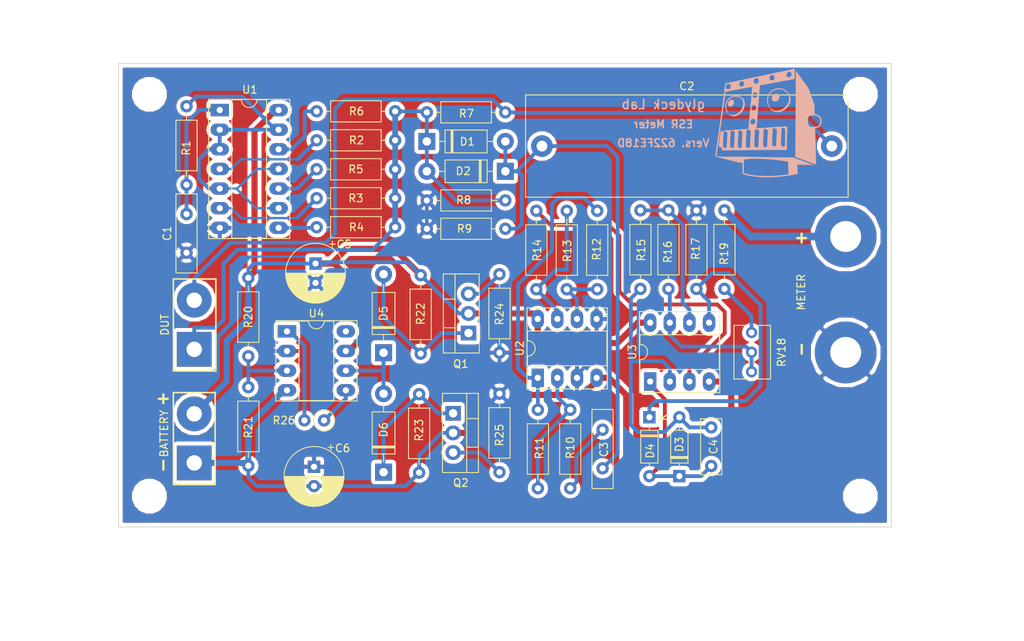
<source format=kicad_pcb>
(kicad_pcb (version 20171130) (host pcbnew "(5.0.2-5)-5")
  (layers (0 F.Cu signal) (31 B.Cu signal) (34 B.Paste user) (35 F.Paste user) (36 B.SilkS user) (37 F.SilkS user) (38 B.Mask user) (39 F.Mask user) (44 Edge.Cuts user))
  (net 0 "")
  (net 1 GND)
  (net 2 "Net-(C1-Pad2)")
  (net 3 "Net-(C2-Pad1)")
  (net 4 "Net-(C2-Pad2)")
  (net 5 "Net-(C3-Pad1)")
  (net 6 "Net-(C4-Pad1)")
  (net 7 "Net-(C4-Pad2)")
  (net 8 "Net-(D1-Pad1)")
  (net 9 "Net-(D4-Pad1)")
  (net 10 "Net-(D5-Pad1)")
  (net 11 "Net-(D5-Pad2)")
  (net 12 "Net-(D6-Pad1)")
  (net 13 "Net-(MES1-Pad2)")
  (net 14 "Net-(Q1-Pad3)")
  (net 15 +BATT)
  (net 16 -BATT)
  (net 17 "Net-(Q2-Pad3)")
  (net 18 "Net-(R1-Pad1)")
  (net 19 "Net-(R2-Pad2)")
  (net 20 "Net-(R3-Pad2)")
  (net 21 "Net-(R4-Pad2)")
  (net 22 "Net-(R5-Pad2)")
  (net 23 "Net-(R6-Pad2)")
  (net 24 "Net-(R10-Pad1)")
  (net 25 "Net-(R11-Pad1)")
  (net 26 "Net-(R12-Pad1)")
  (net 27 "Net-(R13-Pad1)")
  (net 28 "Net-(R14-Pad1)")
  (net 29 "Net-(R15-Pad1)")
  (net 30 "Net-(R16-Pad1)")
  (net 31 "Net-(R19-Pad1)")
  (net 32 "Net-(R20-Pad2)")
  (net 33 "Net-(R26-Pad1)")
  (net 34 "Net-(R26-Pad2)")
  (net 35 "Net-(U4-Pad8)")
  (module MountingHole:MountingHole_3.5mm (layer F.Cu) (at 98 64)
    (fp_text reference REF**)
    (fp_text value MountingHole_3.5mm)
    (pad 1 np_thru_hole circle (at 0 0) (size 3.5 3.5) (drill 3.5) (layers *.Cu *.Mask))
  )
  (module MountingHole:MountingHole_3.5mm (layer F.Cu) (at 190 64)
    (fp_text reference REF**)
    (fp_text value MountingHole_3.5mm)
    (pad 1 np_thru_hole circle (at 0 0) (size 3.5 3.5) (drill 3.5) (layers *.Cu *.Mask))
  )
  (module MountingHole:MountingHole_3.5mm (layer F.Cu) (at 190 116)
    (fp_text reference REF**)
    (fp_text value MountingHole_3.5mm)
    (pad 1 np_thru_hole circle (at 0 0) (size 3.5 3.5) (drill 3.5) (layers *.Cu *.Mask))
  )
  (module Connector_Wire:SolderWirePad_1x02_P7.62mm_Drill2mm (layer F.Cu) (at 103.8 111.7 90)
    (fp_text reference BATTERY (at 3.8 -3.9 90) (layer F.SilkS))
    (fp_text value Conn_01x02_Female)
    (pad 2 thru_hole circle (at 6.35 0 90) (size 4.50088 4.50088) (drill 1.99898) (layers *.Cu *.Mask) (net 15 +BATT))
    (pad 1 thru_hole rect (at 0 0 90) (size 4.50088 4.50088) (drill 1.99898) (layers *.Cu *.Mask) (net 16 -BATT))
  )
  (module Capacitor_THT:CP_Radial_D7.5mm_P2.50mm (layer F.Cu) (at 119.5 85.9 270)
    (fp_text reference C5 (at -2.5 -3.7 180) (layer F.SilkS))
    (fp_text value CP_Radial_D7.5mm_P2.50mm)
    (pad 1 thru_hole rect (at 0 0 270) (size 1.6 1.6) (drill 0.8) (layers *.Cu *.Mask) (net 15 +BATT))
    (pad 2 thru_hole circle (at 2.5 0 270) (size 1.6 1.6) (drill 0.8) (layers *.Cu *.Mask) (net 1 GND))
  )
  (module Diode_THT:D_DO-41_SOD81_P10.16mm_Horizontal (layer F.Cu) (at 128.3 112.9 90)
    (fp_text reference D6 (at 5.5 0 90) (layer F.SilkS))
    (fp_text value 1N4001)
    (fp_text user "" (at 0 -2.1 90) (layer F.SilkS))
    (pad 2 thru_hole oval (at 10.16 0 90) (size 2.2 2.2) (drill 1.1) (layers *.Cu *.Mask) (net 10 "Net-(D5-Pad1)"))
    (pad 1 thru_hole rect (at 0 0 90) (size 2.2 2.2) (drill 1.1) (layers *.Cu *.Mask) (net 12 "Net-(D6-Pad1)"))
  )
  (module Diode_THT:D_DO-41_SOD81_P10.16mm_Horizontal (layer F.Cu) (at 128.3 97.44 90)
    (fp_text reference D5 (at 5.08 0 90) (layer F.SilkS))
    (fp_text value 1N4001)
    (fp_text user "" (at 0 -2.1 90) (layer F.SilkS))
    (pad 2 thru_hole oval (at 10.16 0 90) (size 2.2 2.2) (drill 1.1) (layers *.Cu *.Mask) (net 11 "Net-(D5-Pad2)"))
    (pad 1 thru_hole rect (at 0 0 90) (size 2.2 2.2) (drill 1.1) (layers *.Cu *.Mask) (net 10 "Net-(D5-Pad1)"))
  )
  (module Capacitor_THT:C_Disc_D10.0mm_W2.5mm_P5.00mm (layer F.Cu) (at 102.8 84.5 90)
    (fp_text reference C1 (at 2.5 -2.5 90) (layer F.SilkS))
    (fp_text value ".01 uf")
    (pad 1 thru_hole circle (at 0 0 90) (size 1.6 1.6) (drill 0.8) (layers *.Cu *.Mask) (net 1 GND))
    (pad 2 thru_hole circle (at 5 0 90) (size 1.6 1.6) (drill 0.8) (layers *.Cu *.Mask) (net 2 "Net-(C1-Pad2)"))
  )
  (module Capacitor_THT:C_Rect_L41.5mm_W13.0mm_P37.50mm_MKS4 (layer F.Cu) (at 148.8 70.7)
    (fp_text reference C2 (at 18.75 -7.75) (layer F.SilkS))
    (fp_text value ".47 uf")
    (pad 1 thru_hole circle (at 0 0) (size 2.8 2.8) (drill 1.4) (layers *.Cu *.Mask) (net 3 "Net-(C2-Pad1)"))
    (pad 2 thru_hole circle (at 37.5 0) (size 2.8 2.8) (drill 1.4) (layers *.Cu *.Mask) (net 4 "Net-(C2-Pad2)"))
  )
  (module Capacitor_THT:C_Disc_D10.0mm_W2.5mm_P5.00mm (layer F.Cu) (at 156.64 107.4 270)
    (fp_text reference C3 (at 2.57 -0.18 270) (layer F.SilkS))
    (fp_text value ".01 uf")
    (pad 2 thru_hole circle (at 5 0 270) (size 1.6 1.6) (drill 0.8) (layers *.Cu *.Mask) (net 3 "Net-(C2-Pad1)"))
    (pad 1 thru_hole circle (at 0 0 270) (size 1.6 1.6) (drill 0.8) (layers *.Cu *.Mask) (net 5 "Net-(C3-Pad1)"))
  )
  (module Capacitor_THT:C_Disc_D7.0mm_W2.5mm_P5.00mm (layer F.Cu) (at 170.7 112.1 90)
    (fp_text reference C4 (at 2.5 0.3 90) (layer F.SilkS))
    (fp_text value "100 pf")
    (pad 1 thru_hole circle (at 0 0 90) (size 1.6 1.6) (drill 0.8) (layers *.Cu *.Mask) (net 6 "Net-(C4-Pad1)"))
    (pad 2 thru_hole circle (at 5 0 90) (size 1.6 1.6) (drill 0.8) (layers *.Cu *.Mask) (net 7 "Net-(C4-Pad2)"))
  )
  (module Diode_THT:D_DO-41_SOD81_P10.16mm_Horizontal (layer F.Cu) (at 133.9 70.0975)
    (fp_text reference D1 (at 5.24 0.0325) (layer F.SilkS))
    (fp_text value 1N4001)
    (fp_text user "" (at 6.92 0.11) (layer F.SilkS))
    (pad 2 thru_hole oval (at 10.16 0) (size 2.2 2.2) (drill 1.1) (layers *.Cu *.Mask) (net 3 "Net-(C2-Pad1)"))
    (pad 1 thru_hole rect (at 0 0) (size 2.2 2.2) (drill 1.1) (layers *.Cu *.Mask) (net 8 "Net-(D1-Pad1)"))
  )
  (module Diode_THT:D_DO-41_SOD81_P10.16mm_Horizontal (layer F.Cu) (at 144.06 73.965 180)
    (fp_text reference D2 (at 5.45 0.025 180) (layer F.SilkS))
    (fp_text value 1N4001)
    (fp_text user "" (at 0 -2.1 180) (layer F.SilkS))
    (pad 1 thru_hole rect (at 0 0 180) (size 2.2 2.2) (drill 1.1) (layers *.Cu *.Mask) (net 3 "Net-(C2-Pad1)"))
    (pad 2 thru_hole oval (at 10.16 0 180) (size 2.2 2.2) (drill 1.1) (layers *.Cu *.Mask) (net 8 "Net-(D1-Pad1)"))
  )
  (module Diode_THT:D_DO-35_SOD27_P7.62mm_Horizontal (layer F.Cu) (at 166.575 113.41 90)
    (fp_text reference D3 (at 4.1 0 90) (layer F.SilkS))
    (fp_text value 1N914)
    (fp_text user "" (at 0 -1.8 90) (layer F.SilkS))
    (pad 1 thru_hole rect (at 0 0 90) (size 1.6 1.6) (drill 0.8) (layers *.Cu *.Mask) (net 6 "Net-(C4-Pad1)"))
    (pad 2 thru_hole oval (at 7.62 0 90) (size 1.6 1.6) (drill 0.8) (layers *.Cu *.Mask) (net 7 "Net-(C4-Pad2)"))
  )
  (module Diode_THT:D_DO-35_SOD27_P7.62mm_Horizontal (layer F.Cu) (at 162.7 105.79 270)
    (fp_text reference D4 (at 4.36 -0.09 270) (layer F.SilkS))
    (fp_text value 1N914)
    (fp_text user K (at 0 -1.8 270) (layer F.SilkS))
    (pad 2 thru_hole oval (at 7.62 0 270) (size 1.6 1.6) (drill 0.8) (layers *.Cu *.Mask) (net 6 "Net-(C4-Pad1)"))
    (pad 1 thru_hole rect (at 0 0 270) (size 1.6 1.6) (drill 0.8) (layers *.Cu *.Mask) (net 9 "Net-(D4-Pad1)"))
  )
  (module Connector_Wire:SolderWirePad_1x02_P7.62mm_Drill2mm (layer F.Cu) (at 103.8 97 90)
    (fp_text reference DUT (at 3.175 -3.81 90) (layer F.SilkS))
    (fp_text value Conn_01x02_Female)
    (pad 1 thru_hole rect (at 0 0 90) (size 4.50088 4.50088) (drill 1.99898) (layers *.Cu *.Mask) (net 8 "Net-(D1-Pad1)"))
    (pad 2 thru_hole circle (at 6.35 0 90) (size 4.50088 4.50088) (drill 1.99898) (layers *.Cu *.Mask) (net 4 "Net-(C2-Pad2)"))
  )
  (module "glydeck_library:Analog Meter" (layer F.Cu) (at 188.1 89.9 90)
    (fp_text reference METER (at 0.3 -5.7675 90) (layer F.SilkS))
    (fp_text value "500 uA")
    (pad 1 thru_hole circle (at -7.5 0 90) (size 8 8) (drill 4) (layers *.Cu *.Mask) (net 1 GND))
    (pad 2 thru_hole circle (at 7.5 0 90) (size 8 8) (drill 4) (layers *.Cu *.Mask) (net 13 "Net-(MES1-Pad2)"))
  )
  (module Package_TO_SOT_THT:TO-220-3_Vertical (layer F.Cu) (at 139.3 94.9 90)
    (fp_text reference Q1 (at -4 -1 180) (layer F.SilkS))
    (fp_text value TIP41)
    (pad 3 thru_hole oval (at 5.08 0 90) (size 1.905 2) (drill 1.1) (layers *.Cu *.Mask) (net 14 "Net-(Q1-Pad3)"))
    (pad 2 thru_hole oval (at 2.54 0 90) (size 1.905 2) (drill 1.1) (layers *.Cu *.Mask) (net 15 +BATT))
    (pad 1 thru_hole rect (at 0 0 90) (size 1.905 2) (drill 1.1) (layers *.Cu *.Mask) (net 11 "Net-(D5-Pad2)"))
  )
  (module Package_TO_SOT_THT:TO-220-3_Vertical (layer F.Cu) (at 137.3 105.28 270)
    (fp_text reference Q2 (at 9 -1) (layer F.SilkS))
    (fp_text value TIP42)
    (pad 1 thru_hole rect (at 0 0 270) (size 1.905 2) (drill 1.1) (layers *.Cu *.Mask) (net 12 "Net-(D6-Pad1)"))
    (pad 2 thru_hole oval (at 2.54 0 270) (size 1.905 2) (drill 1.1) (layers *.Cu *.Mask) (net 16 -BATT))
    (pad 3 thru_hole oval (at 5.08 0 270) (size 1.905 2) (drill 1.1) (layers *.Cu *.Mask) (net 17 "Net-(Q2-Pad3)"))
  )
  (module Resistor_THT:R_Axial_DIN0207_L6.3mm_D2.5mm_P10.16mm_Horizontal (layer F.Cu) (at 102.8 65.54 270)
    (fp_text reference R1 (at 5.41 0.04 270) (layer F.SilkS))
    (fp_text value 1K)
    (pad 2 thru_hole oval (at 10.16 0 270) (size 1.6 1.6) (drill 0.8) (layers *.Cu *.Mask) (net 2 "Net-(C1-Pad2)"))
    (pad 1 thru_hole circle (at 0 0 270) (size 1.6 1.6) (drill 0.8) (layers *.Cu *.Mask) (net 18 "Net-(R1-Pad1)"))
  )
  (module Resistor_THT:R_Axial_DIN0207_L6.3mm_D2.5mm_P10.16mm_Horizontal (layer F.Cu) (at 129.8 69.95 180)
    (fp_text reference R2 (at 5 0 180) (layer F.SilkS))
    (fp_text value 680)
    (pad 1 thru_hole circle (at 0 0 180) (size 1.6 1.6) (drill 0.8) (layers *.Cu *.Mask) (net 8 "Net-(D1-Pad1)"))
    (pad 2 thru_hole oval (at 10.16 0 180) (size 1.6 1.6) (drill 0.8) (layers *.Cu *.Mask) (net 19 "Net-(R2-Pad2)"))
  )
  (module Resistor_THT:R_Axial_DIN0207_L6.3mm_D2.5mm_P10.16mm_Horizontal (layer F.Cu) (at 129.8 77.45 180)
    (fp_text reference R3 (at 5.08 0 180) (layer F.SilkS))
    (fp_text value 680)
    (pad 2 thru_hole oval (at 10.16 0 180) (size 1.6 1.6) (drill 0.8) (layers *.Cu *.Mask) (net 20 "Net-(R3-Pad2)"))
    (pad 1 thru_hole circle (at 0 0 180) (size 1.6 1.6) (drill 0.8) (layers *.Cu *.Mask) (net 8 "Net-(D1-Pad1)"))
  )
  (module Resistor_THT:R_Axial_DIN0207_L6.3mm_D2.5mm_P10.16mm_Horizontal (layer F.Cu) (at 129.8 81.2 180)
    (fp_text reference R4 (at 5 0 180) (layer F.SilkS))
    (fp_text value 680)
    (pad 1 thru_hole circle (at 0 0 180) (size 1.6 1.6) (drill 0.8) (layers *.Cu *.Mask) (net 8 "Net-(D1-Pad1)"))
    (pad 2 thru_hole oval (at 10.16 0 180) (size 1.6 1.6) (drill 0.8) (layers *.Cu *.Mask) (net 21 "Net-(R4-Pad2)"))
  )
  (module Resistor_THT:R_Axial_DIN0207_L6.3mm_D2.5mm_P10.16mm_Horizontal (layer F.Cu) (at 129.8 73.7 180)
    (fp_text reference R5 (at 5.08 0 180) (layer F.SilkS))
    (fp_text value 680)
    (pad 2 thru_hole oval (at 10.16 0 180) (size 1.6 1.6) (drill 0.8) (layers *.Cu *.Mask) (net 22 "Net-(R5-Pad2)"))
    (pad 1 thru_hole circle (at 0 0 180) (size 1.6 1.6) (drill 0.8) (layers *.Cu *.Mask) (net 8 "Net-(D1-Pad1)"))
  )
  (module Resistor_THT:R_Axial_DIN0207_L6.3mm_D2.5mm_P10.16mm_Horizontal (layer F.Cu) (at 129.8 66.2 180)
    (fp_text reference R6 (at 5 0 180) (layer F.SilkS))
    (fp_text value 680)
    (pad 1 thru_hole circle (at 0 0 180) (size 1.6 1.6) (drill 0.8) (layers *.Cu *.Mask) (net 8 "Net-(D1-Pad1)"))
    (pad 2 thru_hole oval (at 10.16 0 180) (size 1.6 1.6) (drill 0.8) (layers *.Cu *.Mask) (net 23 "Net-(R6-Pad2)"))
  )
  (module Resistor_THT:R_Axial_DIN0207_L6.3mm_D2.5mm_P10.16mm_Horizontal (layer F.Cu) (at 144.06 66.33 180)
    (fp_text reference R7 (at 5.03 -0.16 180) (layer F.SilkS))
    (fp_text value 1M)
    (pad 2 thru_hole oval (at 10.16 0 180) (size 1.6 1.6) (drill 0.8) (layers *.Cu *.Mask) (net 8 "Net-(D1-Pad1)"))
    (pad 1 thru_hole circle (at 0 0 180) (size 1.6 1.6) (drill 0.8) (layers *.Cu *.Mask) (net 4 "Net-(C2-Pad2)"))
  )
  (module Resistor_THT:R_Axial_DIN0207_L6.3mm_D2.5mm_P10.16mm_Horizontal (layer F.Cu) (at 133.9 77.7325)
    (fp_text reference R8 (at 4.76 -0.0425) (layer F.SilkS))
    (fp_text value 10)
    (pad 1 thru_hole circle (at 0 0) (size 1.6 1.6) (drill 0.8) (layers *.Cu *.Mask) (net 1 GND))
    (pad 2 thru_hole oval (at 10.16 0) (size 1.6 1.6) (drill 0.8) (layers *.Cu *.Mask) (net 8 "Net-(D1-Pad1)"))
  )
  (module Resistor_THT:R_Axial_DIN0207_L6.3mm_D2.5mm_P10.16mm_Horizontal (layer F.Cu) (at 133.9 81.4)
    (fp_text reference R9 (at 4.87 -0.01) (layer F.SilkS))
    (fp_text value 10)
    (pad 2 thru_hole oval (at 10.16 0) (size 1.6 1.6) (drill 0.8) (layers *.Cu *.Mask) (net 3 "Net-(C2-Pad1)"))
    (pad 1 thru_hole circle (at 0 0) (size 1.6 1.6) (drill 0.8) (layers *.Cu *.Mask) (net 1 GND))
  )
  (module Resistor_THT:R_Axial_DIN0207_L6.3mm_D2.5mm_P10.16mm_Horizontal (layer F.Cu) (at 152.455 104.82 270)
    (fp_text reference R10 (at 4.91 -0.01 270) (layer F.SilkS))
    (fp_text value 1k)
    (pad 1 thru_hole circle (at 0 0 270) (size 1.6 1.6) (drill 0.8) (layers *.Cu *.Mask) (net 24 "Net-(R10-Pad1)"))
    (pad 2 thru_hole oval (at 10.16 0 270) (size 1.6 1.6) (drill 0.8) (layers *.Cu *.Mask) (net 5 "Net-(C3-Pad1)"))
  )
  (module Resistor_THT:R_Axial_DIN0207_L6.3mm_D2.5mm_P10.16mm_Horizontal (layer F.Cu) (at 148.27 104.82 270)
    (fp_text reference R11 (at 4.95 -0.18 270) (layer F.SilkS))
    (fp_text value 4.7k)
    (pad 1 thru_hole circle (at 0 0 270) (size 1.6 1.6) (drill 0.8) (layers *.Cu *.Mask) (net 25 "Net-(R11-Pad1)"))
    (pad 2 thru_hole oval (at 10.16 0 270) (size 1.6 1.6) (drill 0.8) (layers *.Cu *.Mask) (net 24 "Net-(R10-Pad1)"))
  )
  (module Resistor_THT:R_Axial_DIN0207_L6.3mm_D2.5mm_P10.16mm_Horizontal (layer F.Cu) (at 155.95 89.23 90)
    (fp_text reference R12 (at 5.18 -0.07 90) (layer F.SilkS))
    (fp_text value 1k)
    (pad 2 thru_hole oval (at 10.16 0 90) (size 1.6 1.6) (drill 0.8) (layers *.Cu *.Mask) (net 25 "Net-(R11-Pad1)"))
    (pad 1 thru_hole circle (at 0 0 90) (size 1.6 1.6) (drill 0.8) (layers *.Cu *.Mask) (net 26 "Net-(R12-Pad1)"))
  )
  (module Resistor_THT:R_Axial_DIN0207_L6.3mm_D2.5mm_P10.16mm_Horizontal (layer F.Cu) (at 152.01 79.07 270)
    (fp_text reference R13 (at 5.19 -0.07 270) (layer F.SilkS))
    (fp_text value 10k)
    (pad 2 thru_hole oval (at 10.16 0 270) (size 1.6 1.6) (drill 0.8) (layers *.Cu *.Mask) (net 26 "Net-(R12-Pad1)"))
    (pad 1 thru_hole circle (at 0 0 270) (size 1.6 1.6) (drill 0.8) (layers *.Cu *.Mask) (net 27 "Net-(R13-Pad1)"))
  )
  (module Resistor_THT:R_Axial_DIN0207_L6.3mm_D2.5mm_P10.16mm_Horizontal (layer F.Cu) (at 148.07 79.07 270)
    (fp_text reference R14 (at 5.1 -0.11 270) (layer F.SilkS))
    (fp_text value 1k)
    (pad 1 thru_hole circle (at 0 0 270) (size 1.6 1.6) (drill 0.8) (layers *.Cu *.Mask) (net 28 "Net-(R14-Pad1)"))
    (pad 2 thru_hole oval (at 10.16 0 270) (size 1.6 1.6) (drill 0.8) (layers *.Cu *.Mask) (net 27 "Net-(R13-Pad1)"))
  )
  (module Resistor_THT:R_Axial_DIN0207_L6.3mm_D2.5mm_P10.16mm_Horizontal (layer F.Cu) (at 161.54 79.02 270)
    (fp_text reference R15 (at 5.14 -0.1 270) (layer F.SilkS))
    (fp_text value 10k)
    (pad 1 thru_hole circle (at 0 0 270) (size 1.6 1.6) (drill 0.8) (layers *.Cu *.Mask) (net 29 "Net-(R15-Pad1)"))
    (pad 2 thru_hole oval (at 10.16 0 270) (size 1.6 1.6) (drill 0.8) (layers *.Cu *.Mask) (net 7 "Net-(C4-Pad2)"))
  )
  (module Resistor_THT:R_Axial_DIN0207_L6.3mm_D2.5mm_P10.16mm_Horizontal (layer F.Cu) (at 165.163333 89.18 90)
    (fp_text reference R16 (at 4.79 -0.08 90) (layer F.SilkS))
    (fp_text value 10k)
    (pad 2 thru_hole oval (at 10.16 0 90) (size 1.6 1.6) (drill 0.8) (layers *.Cu *.Mask) (net 29 "Net-(R15-Pad1)"))
    (pad 1 thru_hole circle (at 0 0 90) (size 1.6 1.6) (drill 0.8) (layers *.Cu *.Mask) (net 30 "Net-(R16-Pad1)"))
  )
  (module Resistor_THT:R_Axial_DIN0207_L6.3mm_D2.5mm_P10.16mm_Horizontal (layer F.Cu) (at 168.786666 79.02 270)
    (fp_text reference R17 (at 4.96 0.09 270) (layer F.SilkS))
    (fp_text value 10k)
    (pad 1 thru_hole circle (at 0 0 270) (size 1.6 1.6) (drill 0.8) (layers *.Cu *.Mask) (net 1 GND))
    (pad 2 thru_hole oval (at 10.16 0 270) (size 1.6 1.6) (drill 0.8) (layers *.Cu *.Mask) (net 9 "Net-(D4-Pad1)"))
  )
  (module Resistor_THT:R_Axial_DIN0207_L6.3mm_D2.5mm_P10.16mm_Horizontal (layer F.Cu) (at 172.41 89.18 90)
    (fp_text reference R19 (at 4.55 -0.04 90) (layer F.SilkS))
    (fp_text value 10k)
    (pad 2 thru_hole oval (at 10.16 0 90) (size 1.6 1.6) (drill 0.8) (layers *.Cu *.Mask) (net 13 "Net-(MES1-Pad2)"))
    (pad 1 thru_hole circle (at 0 0 90) (size 1.6 1.6) (drill 0.8) (layers *.Cu *.Mask) (net 31 "Net-(R19-Pad1)"))
  )
  (module Resistor_THT:R_Axial_DIN0207_L6.3mm_D2.5mm_P10.16mm_Horizontal (layer F.Cu) (at 110.8 87.74 270)
    (fp_text reference R20 (at 5.08 0 270) (layer F.SilkS))
    (fp_text value 10k)
    (pad 1 thru_hole circle (at 0 0 270) (size 1.6 1.6) (drill 0.8) (layers *.Cu *.Mask) (net 15 +BATT))
    (pad 2 thru_hole oval (at 10.16 0 270) (size 1.6 1.6) (drill 0.8) (layers *.Cu *.Mask) (net 32 "Net-(R20-Pad2)"))
  )
  (module Resistor_THT:R_Axial_DIN0207_L6.3mm_D2.5mm_P10.16mm_Horizontal (layer F.Cu) (at 110.8 101.9 270)
    (fp_text reference R21 (at 5.16 0 270) (layer F.SilkS))
    (fp_text value 10k)
    (pad 1 thru_hole circle (at 0 0 270) (size 1.6 1.6) (drill 0.8) (layers *.Cu *.Mask) (net 32 "Net-(R20-Pad2)"))
    (pad 2 thru_hole oval (at 10.16 0 270) (size 1.6 1.6) (drill 0.8) (layers *.Cu *.Mask) (net 16 -BATT))
  )
  (module Resistor_THT:R_Axial_DIN0207_L6.3mm_D2.5mm_P10.16mm_Horizontal (layer F.Cu) (at 133.1 87.4 270)
    (fp_text reference R22 (at 5 0 270) (layer F.SilkS))
    (fp_text value 3.6k)
    (pad 1 thru_hole circle (at 0 0 270) (size 1.6 1.6) (drill 0.8) (layers *.Cu *.Mask) (net 15 +BATT))
    (pad 2 thru_hole oval (at 10.16 0 270) (size 1.6 1.6) (drill 0.8) (layers *.Cu *.Mask) (net 11 "Net-(D5-Pad2)"))
  )
  (module Resistor_THT:R_Axial_DIN0207_L6.3mm_D2.5mm_P10.16mm_Horizontal (layer F.Cu) (at 132.9 102.8 270)
    (fp_text reference R23 (at 4.66 0 270) (layer F.SilkS))
    (fp_text value 3.6k)
    (pad 2 thru_hole oval (at 10.16 0 270) (size 1.6 1.6) (drill 0.8) (layers *.Cu *.Mask) (net 16 -BATT))
    (pad 1 thru_hole circle (at 0 0 270) (size 1.6 1.6) (drill 0.8) (layers *.Cu *.Mask) (net 12 "Net-(D6-Pad1)"))
  )
  (module Resistor_THT:R_Axial_DIN0207_L6.3mm_D2.5mm_P10.16mm_Horizontal (layer F.Cu) (at 143.3 87.28 270)
    (fp_text reference R24 (at 5.16 0 270) (layer F.SilkS))
    (fp_text value 10)
    (pad 2 thru_hole oval (at 10.16 0 270) (size 1.6 1.6) (drill 0.8) (layers *.Cu *.Mask) (net 1 GND))
    (pad 1 thru_hole circle (at 0 0 270) (size 1.6 1.6) (drill 0.8) (layers *.Cu *.Mask) (net 14 "Net-(Q1-Pad3)"))
  )
  (module Resistor_THT:R_Axial_DIN0207_L6.3mm_D2.5mm_P10.16mm_Horizontal (layer F.Cu) (at 143.3 102.74 270)
    (fp_text reference R25 (at 5.36 0 270) (layer F.SilkS))
    (fp_text value 10)
    (pad 2 thru_hole oval (at 10.16 0 270) (size 1.6 1.6) (drill 0.8) (layers *.Cu *.Mask) (net 17 "Net-(Q2-Pad3)"))
    (pad 1 thru_hole circle (at 0 0 270) (size 1.6 1.6) (drill 0.8) (layers *.Cu *.Mask) (net 1 GND))
  )
  (module Resistor_THT:R_Axial_DIN0207_L6.3mm_D2.5mm_P2.54mm_Vertical (layer F.Cu) (at 120.6 106.2 180)
    (fp_text reference R26 (at 5.2 0 180) (layer F.SilkS))
    (fp_text value 10k)
    (pad 1 thru_hole circle (at 0 0 180) (size 1.6 1.6) (drill 0.8) (layers *.Cu *.Mask) (net 33 "Net-(R26-Pad1)"))
    (pad 2 thru_hole oval (at 2.54 0 180) (size 1.6 1.6) (drill 0.8) (layers *.Cu *.Mask) (net 34 "Net-(R26-Pad2)"))
  )
  (module Potentiometer_THT:Potentiometer_Bourns_3266Y_Vertical (layer F.Cu) (at 175.92 94.83 90)
    (fp_text reference RV18 (at -2.57 3.88 90) (layer F.SilkS))
    (fp_text value 50k)
    (pad 1 thru_hole circle (at 0 0 90) (size 1.44 1.44) (drill 0.8) (layers *.Cu *.Mask) (net 31 "Net-(R19-Pad1)"))
    (pad 2 thru_hole circle (at -2.54 0 90) (size 1.44 1.44) (drill 0.8) (layers *.Cu *.Mask) (net 30 "Net-(R16-Pad1)"))
    (pad 3 thru_hole circle (at -5.08 0 90) (size 1.44 1.44) (drill 0.8) (layers *.Cu *.Mask) (net 30 "Net-(R16-Pad1)"))
  )
  (module Package_DIP:DIP-14_W7.62mm_Socket_LongPads (layer F.Cu) (at 107.1 66.04)
    (fp_text reference U1 (at 3.9 -2.64) (layer F.SilkS))
    (fp_text value 74HC14)
    (pad 1 thru_hole rect (at 0 0) (size 2.4 1.6) (drill 0.8) (layers *.Cu *.Mask) (net 2 "Net-(C1-Pad2)"))
    (pad 8 thru_hole oval (at 7.62 15.24) (size 2.4 1.6) (drill 0.8) (layers *.Cu *.Mask) (net 21 "Net-(R4-Pad2)"))
    (pad 2 thru_hole oval (at 0 2.54) (size 2.4 1.6) (drill 0.8) (layers *.Cu *.Mask) (net 18 "Net-(R1-Pad1)"))
    (pad 9 thru_hole oval (at 7.62 12.7) (size 2.4 1.6) (drill 0.8) (layers *.Cu *.Mask) (net 18 "Net-(R1-Pad1)"))
    (pad 3 thru_hole oval (at 0 5.08) (size 2.4 1.6) (drill 0.8) (layers *.Cu *.Mask) (net 18 "Net-(R1-Pad1)"))
    (pad 10 thru_hole oval (at 7.62 10.16) (size 2.4 1.6) (drill 0.8) (layers *.Cu *.Mask) (net 22 "Net-(R5-Pad2)"))
    (pad 4 thru_hole oval (at 0 7.62) (size 2.4 1.6) (drill 0.8) (layers *.Cu *.Mask) (net 19 "Net-(R2-Pad2)"))
    (pad 11 thru_hole oval (at 7.62 7.62) (size 2.4 1.6) (drill 0.8) (layers *.Cu *.Mask) (net 18 "Net-(R1-Pad1)"))
    (pad 5 thru_hole oval (at 0 10.16) (size 2.4 1.6) (drill 0.8) (layers *.Cu *.Mask) (net 18 "Net-(R1-Pad1)"))
    (pad 12 thru_hole oval (at 7.62 5.08) (size 2.4 1.6) (drill 0.8) (layers *.Cu *.Mask) (net 23 "Net-(R6-Pad2)"))
    (pad 6 thru_hole oval (at 0 12.7) (size 2.4 1.6) (drill 0.8) (layers *.Cu *.Mask) (net 20 "Net-(R3-Pad2)"))
    (pad 13 thru_hole oval (at 7.62 2.54) (size 2.4 1.6) (drill 0.8) (layers *.Cu *.Mask) (net 18 "Net-(R1-Pad1)"))
    (pad 7 thru_hole oval (at 0 15.24) (size 2.4 1.6) (drill 0.8) (layers *.Cu *.Mask) (net 1 GND))
    (pad 14 thru_hole oval (at 7.62 0) (size 2.4 1.6) (drill 0.8) (layers *.Cu *.Mask) (net 15 +BATT))
  )
  (module Package_DIP:DIP-8_W7.62mm_Socket_LongPads (layer F.Cu) (at 148.25 100.69 90)
    (fp_text reference U2 (at 3.81 -2.33 90) (layer F.SilkS))
    (fp_text value TL082)
    (pad 1 thru_hole rect (at 0 0 90) (size 2.4 1.6) (drill 0.8) (layers *.Cu *.Mask) (net 25 "Net-(R11-Pad1)"))
    (pad 5 thru_hole oval (at 7.62 7.62 90) (size 2.4 1.6) (drill 0.8) (layers *.Cu *.Mask) (net 1 GND))
    (pad 2 thru_hole oval (at 0 2.54 90) (size 2.4 1.6) (drill 0.8) (layers *.Cu *.Mask) (net 24 "Net-(R10-Pad1)"))
    (pad 6 thru_hole oval (at 7.62 5.08 90) (size 2.4 1.6) (drill 0.8) (layers *.Cu *.Mask) (net 26 "Net-(R12-Pad1)"))
    (pad 3 thru_hole oval (at 0 5.08 90) (size 2.4 1.6) (drill 0.8) (layers *.Cu *.Mask) (net 1 GND))
    (pad 7 thru_hole oval (at 7.62 2.54 90) (size 2.4 1.6) (drill 0.8) (layers *.Cu *.Mask) (net 27 "Net-(R13-Pad1)"))
    (pad 4 thru_hole oval (at 0 7.62 90) (size 2.4 1.6) (drill 0.8) (layers *.Cu *.Mask) (net 16 -BATT))
    (pad 8 thru_hole oval (at 7.62 0 90) (size 2.4 1.6) (drill 0.8) (layers *.Cu *.Mask) (net 15 +BATT))
  )
  (module Package_DIP:DIP-8_W7.62mm_Socket_LongPads (layer F.Cu) (at 162.8 101.17 90)
    (fp_text reference U3 (at 3.81 -2.33 90) (layer F.SilkS))
    (fp_text value TL082)
    (pad 1 thru_hole rect (at 0 0 90) (size 2.4 1.6) (drill 0.8) (layers *.Cu *.Mask) (net 6 "Net-(C4-Pad1)"))
    (pad 5 thru_hole oval (at 7.62 7.62 90) (size 2.4 1.6) (drill 0.8) (layers *.Cu *.Mask) (net 9 "Net-(D4-Pad1)"))
    (pad 2 thru_hole oval (at 0 2.54 90) (size 2.4 1.6) (drill 0.8) (layers *.Cu *.Mask) (net 7 "Net-(C4-Pad2)"))
    (pad 6 thru_hole oval (at 7.62 5.08 90) (size 2.4 1.6) (drill 0.8) (layers *.Cu *.Mask) (net 29 "Net-(R15-Pad1)"))
    (pad 3 thru_hole oval (at 0 5.08 90) (size 2.4 1.6) (drill 0.8) (layers *.Cu *.Mask) (net 28 "Net-(R14-Pad1)"))
    (pad 7 thru_hole oval (at 7.62 2.54 90) (size 2.4 1.6) (drill 0.8) (layers *.Cu *.Mask) (net 30 "Net-(R16-Pad1)"))
    (pad 4 thru_hole oval (at 0 7.62 90) (size 2.4 1.6) (drill 0.8) (layers *.Cu *.Mask) (net 16 -BATT))
    (pad 8 thru_hole oval (at 7.62 0 90) (size 2.4 1.6) (drill 0.8) (layers *.Cu *.Mask) (net 15 +BATT))
  )
  (module Package_DIP:DIP-8_W7.62mm_Socket_LongPads (layer F.Cu) (at 115.8 94.68)
    (fp_text reference U4 (at 3.81 -2.33) (layer F.SilkS))
    (fp_text value LF356)
    (pad 8 thru_hole oval (at 7.62 0) (size 2.4 1.6) (drill 0.8) (layers *.Cu *.Mask) (net 35 "Net-(U4-Pad8)"))
    (pad 4 thru_hole oval (at 0 7.62) (size 2.4 1.6) (drill 0.8) (layers *.Cu *.Mask) (net 16 -BATT))
    (pad 7 thru_hole oval (at 7.62 2.54) (size 2.4 1.6) (drill 0.8) (layers *.Cu *.Mask) (net 15 +BATT))
    (pad 3 thru_hole oval (at 0 5.08) (size 2.4 1.6) (drill 0.8) (layers *.Cu *.Mask) (net 32 "Net-(R20-Pad2)"))
    (pad 6 thru_hole oval (at 7.62 5.08) (size 2.4 1.6) (drill 0.8) (layers *.Cu *.Mask) (net 10 "Net-(D5-Pad1)"))
    (pad 2 thru_hole oval (at 0 2.54) (size 2.4 1.6) (drill 0.8) (layers *.Cu *.Mask) (net 1 GND))
    (pad 5 thru_hole oval (at 7.62 7.62) (size 2.4 1.6) (drill 0.8) (layers *.Cu *.Mask) (net 33 "Net-(R26-Pad1)"))
    (pad 1 thru_hole rect (at 0 0) (size 2.4 1.6) (drill 0.8) (layers *.Cu *.Mask) (net 34 "Net-(R26-Pad2)"))
  )
  (module Capacitor_THT:CP_Radial_D7.5mm_P2.50mm (layer F.Cu) (at 119.3 112.2 270)
    (fp_text reference C6 (at -2.4 -3.7 180) (layer F.SilkS))
    (fp_text value CP_Radial_D7.5mm_P2.50mm)
    (pad 2 thru_hole circle (at 2.5 0 270) (size 1.6 1.6) (drill 0.8) (layers *.Cu *.Mask) (net 16 -BATT))
    (pad 1 thru_hole rect (at 0 0 270) (size 1.6 1.6) (drill 0.8) (layers *.Cu *.Mask) (net 1 GND))
  )
  (module MountingHole:MountingHole_3.5mm (layer F.Cu) (at 98 116)
    (fp_text reference REF**)
    (fp_text value MountingHole_3.5mm)
    (pad 1 np_thru_hole circle (at 0 0) (size 3.5 3.5) (drill 3.5) (layers *.Cu *.Mask))
  )
  (module glydeck_library:logo_bot_01 (layer B.Cu) (at 178.1 67.6 180)
    (fp_text reference G*** hide)
    (fp_text value LOGO hide)
  )
  (gr_text "Vers. 622FE18D" (at 164.5 70.3) (layer B.SilkS) (effects (font (size 1 1) (thickness 0.2)) (justify mirror)))
  (gr_text - (at 182.52 97 -90) (layer F.SilkS) (effects (font (size 1.5 1.5) (thickness 0.3))))
  (gr_text + (at 182.4 82.5) (layer F.SilkS) (effects (font (size 1.5 1.5) (thickness 0.3))))
  (gr_line (start 101.1 87.9) (end 101.1 99.8) (layer F.SilkS) (width 0.2))
  (gr_line (start 106.6 87.9) (end 101.1 87.9) (layer F.SilkS) (width 0.2))
  (gr_line (start 106.6 99.8) (end 106.6 87.9) (layer F.SilkS) (width 0.2))
  (gr_line (start 101.1 99.8) (end 106.6 99.8) (layer F.SilkS) (width 0.2))
  (gr_line (start 101.1 114.5) (end 101.1 102.6) (layer F.SilkS) (width 0.2))
  (gr_line (start 106.5 114.5) (end 101.1 114.5) (layer F.SilkS) (width 0.2))
  (gr_line (start 106.5 102.6) (end 106.5 114.5) (layer F.SilkS) (width 0.2))
  (gr_line (start 101.1 102.6) (end 106.5 102.6) (layer F.SilkS) (width 0.2))
  (gr_text - (at 99.7 112 90) (layer F.SilkS) (effects (font (size 1.5 1.5) (thickness 0.3))))
  (gr_text + (at 99.8 103.3) (layer F.SilkS) (effects (font (size 1.5 1.5) (thickness 0.3))))
  (gr_text "ESR Meter" (at 164.5 67.878) (layer B.SilkS) (effects (font (size 1 1) (thickness 0.2)) (justify mirror)))
  (gr_text "glydeck Lab" (at 164.5 65.3) (layer B.SilkS) (effects (font (size 1.2 1.2) (thickness 0.2)) (justify mirror)))
  (gr_line (start 94 120) (end 94 60) (layer Edge.Cuts) (width 0.1))
  (gr_line (start 194 120) (end 94 120) (layer Edge.Cuts) (width 0.1))
  (gr_line (start 194 60) (end 194 120) (layer Edge.Cuts) (width 0.1))
  (gr_line (start 94 60) (end 194 60) (layer Edge.Cuts) (width 0.1))
  (segment (start 153.33 100.29) (end 155.9 97.72) (width 0.5) (layer B.Cu) (net 1))
  (segment (start 153.33 100.69) (end 153.33 100.29) (width 0.5) (layer B.Cu) (net 1))
  (segment (start 155.87 97.69) (end 155.87 93.07) (width 0.5) (layer B.Cu) (net 1))
  (segment (start 133.9 77.7325) (end 133.9 81.4) (width 0.5) (layer B.Cu) (net 1))
  (segment (start 106.94 65.88) (end 107.1 66.04) (width 0.5) (layer F.Cu) (net 2))
  (segment (start 104.48 66.02) (end 102.79 67.71) (width 0.5) (layer B.Cu) (net 2))
  (segment (start 106.68 66.02) (end 104.48 66.02) (width 0.5) (layer B.Cu) (net 2))
  (segment (start 106.7 66.04) (end 106.68 66.02) (width 0.5) (layer B.Cu) (net 2))
  (segment (start 107.1 66.04) (end 106.7 66.04) (width 0.5) (layer B.Cu) (net 2))
  (segment (start 102.79 67.71) (end 102.79 69) (width 0.5) (layer B.Cu) (net 2))
  (segment (start 102.79 69) (end 102.8 69.01) (width 0.5) (layer B.Cu) (net 2))
  (segment (start 102.79 69) (end 102.79 70.97) (width 0.5) (layer B.Cu) (net 2))
  (segment (start 102.8 79.5) (end 102.8 75.7) (width 0.5) (layer B.Cu) (net 2))
  (segment (start 102.8 74.56863) (end 102.8 72.8) (width 0.5) (layer B.Cu) (net 2))
  (segment (start 102.8 75.7) (end 102.8 74.56863) (width 0.5) (layer B.Cu) (net 2))
  (segment (start 102.8 72.8) (end 102.8 73.2) (width 0.5) (layer B.Cu) (net 2))
  (segment (start 102.8 69.01) (end 102.8 72.8) (width 0.5) (layer B.Cu) (net 2))
  (segment (start 146.19 80.76) (end 145.55 81.4) (width 0.5) (layer B.Cu) (net 3))
  (segment (start 146.19 74.495) (end 146.19 80.76) (width 0.5) (layer B.Cu) (net 3))
  (segment (start 145.55 81.4) (end 144.06 81.4) (width 0.5) (layer B.Cu) (net 3))
  (segment (start 145.66 73.965) (end 146.19 74.495) (width 0.5) (layer B.Cu) (net 3))
  (segment (start 144.06 73.965) (end 145.66 73.965) (width 0.5) (layer B.Cu) (net 3))
  (segment (start 144.06 73.965) (end 144.06 70.0975) (width 0.5) (layer B.Cu) (net 3))
  (segment (start 145.535 73.965) (end 144.06 73.965) (width 0.5) (layer B.Cu) (net 3))
  (segment (start 148.8 70.7) (end 145.535 73.965) (width 0.5) (layer B.Cu) (net 3))
  (segment (start 158.6 110.44) (end 156.64 112.4) (width 0.5) (layer B.Cu) (net 3))
  (segment (start 158.6 72.1) (end 158.6 77.8) (width 0.5) (layer B.Cu) (net 3))
  (segment (start 157.2 70.7) (end 158.6 72.1) (width 0.5) (layer B.Cu) (net 3))
  (segment (start 148.8 70.7) (end 157.2 70.7) (width 0.5) (layer B.Cu) (net 3))
  (segment (start 158.6 77.8) (end 158.6 110.44) (width 0.5) (layer B.Cu) (net 3))
  (segment (start 158.6 77.2) (end 158.6 77.8) (width 0.5) (layer B.Cu) (net 3))
  (segment (start 120.8 83.2) (end 108.45 83.2) (width 0.5) (layer B.Cu) (net 4))
  (segment (start 122 65.9) (end 122 82) (width 0.5) (layer B.Cu) (net 4))
  (segment (start 123.2 64.7) (end 122 65.9) (width 0.5) (layer B.Cu) (net 4))
  (segment (start 122 82) (end 120.8 83.2) (width 0.5) (layer B.Cu) (net 4))
  (segment (start 108.45 83.2) (end 103.8 87.85) (width 0.5) (layer B.Cu) (net 4))
  (segment (start 142.43 64.7) (end 123.2 64.7) (width 0.5) (layer B.Cu) (net 4))
  (segment (start 144.06 66.33) (end 142.43 64.7) (width 0.5) (layer B.Cu) (net 4))
  (segment (start 145.19137 66.33) (end 145.26137 66.4) (width 0.5) (layer B.Cu) (net 4))
  (segment (start 144.06 66.33) (end 145.19137 66.33) (width 0.5) (layer B.Cu) (net 4))
  (segment (start 182 66.4) (end 186.3 70.7) (width 0.5) (layer B.Cu) (net 4))
  (segment (start 145.26137 66.4) (end 182 66.4) (width 0.5) (layer B.Cu) (net 4))
  (segment (start 103.8 90.65) (end 103.8 87.85) (width 0.5) (layer B.Cu) (net 4))
  (segment (start 155.840001 108.199999) (end 156.64 107.4) (width 0.5) (layer B.Cu) (net 5))
  (segment (start 153.254999 110.785001) (end 155.840001 108.199999) (width 0.5) (layer B.Cu) (net 5))
  (segment (start 153.254999 114.180001) (end 153.254999 110.785001) (width 0.5) (layer B.Cu) (net 5))
  (segment (start 152.455 114.98) (end 153.254999 114.180001) (width 0.5) (layer B.Cu) (net 5))
  (segment (start 162.7 113.41) (end 166.575 113.41) (width 0.5) (layer B.Cu) (net 6))
  (segment (start 169.39 113.41) (end 170.7 112.1) (width 0.5) (layer B.Cu) (net 6))
  (segment (start 166.575 113.41) (end 169.39 113.41) (width 0.5) (layer B.Cu) (net 6))
  (segment (start 162.8 101.57) (end 162.8 101.17) (width 0.5) (layer F.Cu) (net 6))
  (segment (start 164.7 103.47) (end 162.8 101.57) (width 0.5) (layer F.Cu) (net 6))
  (segment (start 164.7 111.5) (end 164.7 103.47) (width 0.5) (layer F.Cu) (net 6))
  (segment (start 163.589999 112.610001) (end 164.7 111.5) (width 0.5) (layer F.Cu) (net 6))
  (segment (start 163.499999 112.610001) (end 163.589999 112.610001) (width 0.5) (layer F.Cu) (net 6))
  (segment (start 162.7 113.41) (end 163.499999 112.610001) (width 0.5) (layer F.Cu) (net 6))
  (segment (start 167.885 107.1) (end 166.575 105.79) (width 0.5) (layer B.Cu) (net 7))
  (segment (start 170.7 107.1) (end 167.885 107.1) (width 0.5) (layer B.Cu) (net 7))
  (segment (start 160.3 90.42) (end 161.54 89.18) (width 0.5) (layer B.Cu) (net 7))
  (segment (start 161.2 107.7) (end 160.3 106.8) (width 0.5) (layer B.Cu) (net 7))
  (segment (start 164.665 107.7) (end 161.2 107.7) (width 0.5) (layer B.Cu) (net 7))
  (segment (start 166.575 105.79) (end 164.665 107.7) (width 0.5) (layer B.Cu) (net 7))
  (segment (start 160.3 98.6) (end 160.3 90.42) (width 0.5) (layer B.Cu) (net 7))
  (segment (start 160.3 106.8) (end 160.3 98.6) (width 0.5) (layer B.Cu) (net 7))
  (segment (start 165.34 99.47) (end 164.4 98.53) (width 0.5) (layer B.Cu) (net 7))
  (segment (start 165.34 101.17) (end 165.34 99.47) (width 0.5) (layer B.Cu) (net 7))
  (segment (start 160.37 98.53) (end 160.3 98.6) (width 0.5) (layer B.Cu) (net 7))
  (segment (start 164.4 98.53) (end 160.37 98.53) (width 0.5) (layer B.Cu) (net 7))
  (segment (start 129.8 66.2) (end 129.8 81.2) (width 0.75) (layer B.Cu) (net 8))
  (segment (start 133.9 66.33) (end 133.9 73.965) (width 0.5) (layer B.Cu) (net 8))
  (segment (start 137.6675 77.7325) (end 144.06 77.7325) (width 0.5) (layer B.Cu) (net 8))
  (segment (start 133.9 73.965) (end 137.6675 77.7325) (width 0.5) (layer B.Cu) (net 8))
  (segment (start 133.77 66.2) (end 133.9 66.33) (width 0.5) (layer B.Cu) (net 8))
  (segment (start 129.8 66.2) (end 133.77 66.2) (width 0.5) (layer B.Cu) (net 8))
  (segment (start 106.55044 94.2) (end 107.6 93.15044) (width 0.5) (layer B.Cu) (net 8))
  (segment (start 103.8 94.2) (end 106.55044 94.2) (width 0.5) (layer B.Cu) (net 8))
  (segment (start 107.6 93.15044) (end 107.6 85.9) (width 0.5) (layer B.Cu) (net 8))
  (segment (start 107.6 85.9) (end 109.4 84.1) (width 0.5) (layer B.Cu) (net 8))
  (segment (start 126.9 84.1) (end 129.8 81.2) (width 0.5) (layer B.Cu) (net 8))
  (segment (start 109.4 84.1) (end 126.9 84.1) (width 0.5) (layer B.Cu) (net 8))
  (segment (start 103.8 97) (end 103.8 94.2) (width 0.5) (layer B.Cu) (net 8))
  (segment (start 170.42 90.813334) (end 168.786666 89.18) (width 0.5) (layer B.Cu) (net 9))
  (segment (start 170.42 93.55) (end 170.42 90.813334) (width 0.5) (layer B.Cu) (net 9))
  (segment (start 170.8 87.166666) (end 168.786666 89.18) (width 0.5) (layer B.Cu) (net 9))
  (segment (start 172.833334 87.166666) (end 170.8 87.166666) (width 0.5) (layer B.Cu) (net 9))
  (segment (start 172.9 87.1) (end 172.833334 87.166666) (width 0.5) (layer B.Cu) (net 9))
  (segment (start 177.090001 91.290001) (end 172.9 87.1) (width 0.5) (layer B.Cu) (net 9))
  (segment (start 163.49 103.7) (end 175.1 103.7) (width 0.5) (layer B.Cu) (net 9))
  (segment (start 177.090001 101.709999) (end 177.090001 91.290001) (width 0.5) (layer B.Cu) (net 9))
  (segment (start 175.1 103.7) (end 177.090001 101.709999) (width 0.5) (layer B.Cu) (net 9))
  (segment (start 162.7 104.49) (end 163.49 103.7) (width 0.5) (layer B.Cu) (net 9))
  (segment (start 162.7 105.79) (end 162.7 104.49) (width 0.5) (layer B.Cu) (net 9))
  (segment (start 128.24 99.76) (end 128.3 99.7) (width 0.5) (layer B.Cu) (net 10))
  (segment (start 128.3 99.7) (end 128.3 97.44) (width 0.5) (layer B.Cu) (net 10))
  (segment (start 123.42 99.76) (end 128.24 99.76) (width 0.5) (layer B.Cu) (net 10))
  (segment (start 128.3 102.74) (end 128.3 99.7) (width 0.5) (layer B.Cu) (net 10))
  (segment (start 132.300001 96.760001) (end 132.260001 96.760001) (width 0.5) (layer B.Cu) (net 11))
  (segment (start 133.1 97.56) (end 132.300001 96.760001) (width 0.5) (layer B.Cu) (net 11))
  (segment (start 132.260001 96.760001) (end 128.3 92.8) (width 0.5) (layer B.Cu) (net 11))
  (segment (start 128.3 92.8) (end 128.3 87.28) (width 0.5) (layer B.Cu) (net 11))
  (segment (start 135.76 94.9) (end 133.1 97.56) (width 0.5) (layer B.Cu) (net 11))
  (segment (start 139.3 94.9) (end 135.76 94.9) (width 0.5) (layer B.Cu) (net 11))
  (segment (start 128.3 107.4) (end 132.9 102.8) (width 0.5) (layer B.Cu) (net 12))
  (segment (start 128.3 112.9) (end 128.3 107.4) (width 0.5) (layer B.Cu) (net 12))
  (segment (start 135.38 105.28) (end 137.3 105.28) (width 0.5) (layer B.Cu) (net 12))
  (segment (start 132.9 102.8) (end 135.38 105.28) (width 0.5) (layer B.Cu) (net 12))
  (segment (start 175.79 82.4) (end 188.1 82.4) (width 1) (layer B.Cu) (net 13))
  (segment (start 172.41 79.02) (end 175.79 82.4) (width 1) (layer B.Cu) (net 13))
  (segment (start 140.76 89.82) (end 139.3 89.82) (width 0.5) (layer B.Cu) (net 14))
  (segment (start 143.3 87.28) (end 140.76 89.82) (width 0.5) (layer B.Cu) (net 14))
  (segment (start 118.2 85.9) (end 119.5 85.9) (width 0.5) (layer B.Cu) (net 15))
  (segment (start 110.8 86.60863) (end 111.50863 85.9) (width 0.5) (layer B.Cu) (net 15))
  (segment (start 111.50863 85.9) (end 118.2 85.9) (width 0.5) (layer B.Cu) (net 15))
  (segment (start 110.8 87.74) (end 110.8 86.60863) (width 0.5) (layer B.Cu) (net 15))
  (segment (start 132.300001 86.600001) (end 133.1 87.4) (width 0.5) (layer B.Cu) (net 15))
  (segment (start 131.429999 85.729999) (end 132.300001 86.600001) (width 0.5) (layer B.Cu) (net 15))
  (segment (start 120.970001 85.729999) (end 131.429999 85.729999) (width 0.5) (layer B.Cu) (net 15))
  (segment (start 120.8 85.9) (end 120.970001 85.729999) (width 0.5) (layer B.Cu) (net 15))
  (segment (start 119.5 85.9) (end 120.8 85.9) (width 0.5) (layer B.Cu) (net 15))
  (segment (start 138.06 92.36) (end 139.3 92.36) (width 0.5) (layer B.Cu) (net 15))
  (segment (start 133.1 87.4) (end 138.06 92.36) (width 0.5) (layer B.Cu) (net 15))
  (segment (start 110.8 93.1) (end 110.8 87.74) (width 0.8) (layer B.Cu) (net 15))
  (segment (start 108 95.9) (end 110.8 93.1) (width 0.8) (layer B.Cu) (net 15))
  (segment (start 108 101.15) (end 108 95.9) (width 0.8) (layer B.Cu) (net 15))
  (segment (start 103.8 105.35) (end 108 101.15) (width 0.8) (layer B.Cu) (net 15))
  (segment (start 114.32 66.04) (end 114.72 66.04) (width 0.8) (layer F.Cu) (net 15))
  (segment (start 111.599999 68.760001) (end 114.32 66.04) (width 0.8) (layer F.Cu) (net 15))
  (segment (start 111.599999 86.940001) (end 111.599999 68.760001) (width 0.8) (layer F.Cu) (net 15))
  (segment (start 110.8 87.74) (end 111.599999 86.940001) (width 0.8) (layer F.Cu) (net 15))
  (segment (start 123.82 97.22) (end 126 95.04) (width 0.8) (layer F.Cu) (net 15))
  (segment (start 123.42 97.22) (end 123.82 97.22) (width 0.8) (layer F.Cu) (net 15))
  (segment (start 126 95.04) (end 126 90) (width 0.8) (layer F.Cu) (net 15))
  (segment (start 126 90) (end 121.9 85.9) (width 0.8) (layer F.Cu) (net 15))
  (segment (start 121.6 85.9) (end 119.5 85.9) (width 0.8) (layer F.Cu) (net 15))
  (segment (start 121.9 85.9) (end 121.6 85.9) (width 0.8) (layer F.Cu) (net 15))
  (segment (start 147.54 92.36) (end 148.25 93.07) (width 0.8) (layer F.Cu) (net 15))
  (segment (start 139.3 92.36) (end 147.54 92.36) (width 0.8) (layer F.Cu) (net 15))
  (segment (start 148.25 95.07) (end 149.38 96.2) (width 0.8) (layer F.Cu) (net 15))
  (segment (start 148.25 93.07) (end 148.25 95.07) (width 0.8) (layer F.Cu) (net 15))
  (segment (start 161.2 93.55) (end 162.8 93.55) (width 0.8) (layer F.Cu) (net 15))
  (segment (start 158.55 96.2) (end 161.2 93.55) (width 0.8) (layer F.Cu) (net 15))
  (segment (start 149.38 96.2) (end 158.55 96.2) (width 0.8) (layer F.Cu) (net 15))
  (segment (start 123.5 84) (end 129.7 84) (width 0.8) (layer F.Cu) (net 15))
  (segment (start 129.7 84) (end 133.1 87.4) (width 0.8) (layer F.Cu) (net 15))
  (segment (start 121.6 85.9) (end 123.5 84) (width 0.8) (layer F.Cu) (net 15))
  (segment (start 110.8 112.06) (end 110.8 113.6) (width 0.5) (layer B.Cu) (net 16))
  (segment (start 110.8 113.6) (end 111.9 114.7) (width 0.5) (layer B.Cu) (net 16))
  (segment (start 111.9 114.7) (end 119.3 114.7) (width 0.5) (layer B.Cu) (net 16))
  (segment (start 131.16 114.7) (end 132.9 112.96) (width 0.5) (layer B.Cu) (net 16))
  (segment (start 119.3 114.7) (end 131.16 114.7) (width 0.5) (layer B.Cu) (net 16))
  (segment (start 135.8 107.82) (end 132.9 110.72) (width 0.5) (layer B.Cu) (net 16))
  (segment (start 137.3 107.82) (end 135.8 107.82) (width 0.5) (layer B.Cu) (net 16))
  (segment (start 132.9 110.72) (end 132.9 112.96) (width 0.5) (layer B.Cu) (net 16))
  (segment (start 110.44 111.7) (end 110.8 112.06) (width 0.8) (layer B.Cu) (net 16))
  (segment (start 103.8 111.7) (end 110.44 111.7) (width 0.8) (layer B.Cu) (net 16))
  (segment (start 115.4 102.3) (end 115.8 102.3) (width 0.8) (layer B.Cu) (net 16))
  (segment (start 110.8 106.9) (end 115.4 102.3) (width 0.8) (layer B.Cu) (net 16))
  (segment (start 110.8 112.06) (end 110.8 106.9) (width 0.8) (layer B.Cu) (net 16))
  (segment (start 154.06 102.9) (end 155.87 101.09) (width 0.8) (layer F.Cu) (net 16))
  (segment (start 146.3 102.9) (end 154.06 102.9) (width 0.8) (layer F.Cu) (net 16))
  (segment (start 155.87 101.09) (end 155.87 100.69) (width 0.8) (layer F.Cu) (net 16))
  (segment (start 141.38 107.82) (end 146.3 102.9) (width 0.8) (layer F.Cu) (net 16))
  (segment (start 137.3 107.82) (end 141.38 107.82) (width 0.8) (layer F.Cu) (net 16))
  (segment (start 173.3 102.45) (end 172.02 101.17) (width 0.8) (layer F.Cu) (net 16))
  (segment (start 173.3 113.6) (end 173.3 102.45) (width 0.8) (layer F.Cu) (net 16))
  (segment (start 172.02 101.17) (end 170.42 101.17) (width 0.8) (layer F.Cu) (net 16))
  (segment (start 171.2 115.7) (end 173.3 113.6) (width 0.8) (layer F.Cu) (net 16))
  (segment (start 161.7 115.7) (end 171.2 115.7) (width 0.8) (layer F.Cu) (net 16))
  (segment (start 159.7 113.7) (end 161.7 115.7) (width 0.8) (layer F.Cu) (net 16))
  (segment (start 159.7 102.92) (end 159.7 113.7) (width 0.8) (layer F.Cu) (net 16))
  (segment (start 157.47 100.69) (end 159.7 102.92) (width 0.8) (layer F.Cu) (net 16))
  (segment (start 155.87 100.69) (end 157.47 100.69) (width 0.8) (layer F.Cu) (net 16))
  (segment (start 140.76 110.36) (end 143.3 112.9) (width 0.5) (layer B.Cu) (net 17))
  (segment (start 137.3 110.36) (end 140.76 110.36) (width 0.5) (layer B.Cu) (net 17))
  (segment (start 108.8 68.58) (end 114.72 68.58) (width 0.5) (layer B.Cu) (net 18))
  (segment (start 107.1 68.58) (end 108.8 68.58) (width 0.5) (layer B.Cu) (net 18))
  (segment (start 107.1 68.58) (end 107.1 71.12) (width 0.5) (layer B.Cu) (net 18))
  (segment (start 106.7 76.2) (end 107.1 76.2) (width 0.5) (layer F.Cu) (net 18))
  (segment (start 104.4 72.42) (end 104.4 74.9) (width 0.5) (layer B.Cu) (net 18))
  (segment (start 104.4 74.9) (end 105.7 76.2) (width 0.5) (layer B.Cu) (net 18))
  (segment (start 105.7 71.12) (end 104.4 72.42) (width 0.5) (layer B.Cu) (net 18))
  (segment (start 107.1 71.12) (end 106.7 71.12) (width 0.5) (layer F.Cu) (net 18))
  (segment (start 107.1 71.12) (end 105.7 71.12) (width 0.5) (layer B.Cu) (net 18))
  (segment (start 105.7 76.2) (end 107.1 76.2) (width 0.5) (layer F.Cu) (net 18))
  (segment (start 107.5 76.2) (end 107.51 76.19) (width 0.3) (layer F.Cu) (net 18))
  (segment (start 107.1 76.2) (end 107.5 76.2) (width 0.3) (layer F.Cu) (net 18))
  (segment (start 107.51 76.19) (end 109.24 76.19) (width 0.3) (layer B.Cu) (net 18))
  (segment (start 111.79 78.74) (end 114.72 78.74) (width 0.3) (layer B.Cu) (net 18))
  (segment (start 114.72 73.66) (end 111.89 73.66) (width 0.3) (layer B.Cu) (net 18))
  (segment (start 111.89 73.66) (end 109.3 76.25) (width 0.3) (layer B.Cu) (net 18))
  (segment (start 109.3 76.25) (end 111.79 78.74) (width 0.3) (layer B.Cu) (net 18))
  (segment (start 109.24 76.19) (end 109.3 76.25) (width 0.3) (layer F.Cu) (net 18))
  (segment (start 114.32 68.58) (end 114.72 68.58) (width 0.5) (layer B.Cu) (net 18))
  (segment (start 110.04 64.3) (end 114.32 68.58) (width 0.5) (layer B.Cu) (net 18))
  (segment (start 104.04 64.3) (end 110.04 64.3) (width 0.5) (layer B.Cu) (net 18))
  (segment (start 102.8 65.54) (end 104.04 64.3) (width 0.5) (layer B.Cu) (net 18))
  (segment (start 108.6 73.66) (end 107.1 73.66) (width 0.3) (layer B.Cu) (net 19))
  (segment (start 109.85 72.41) (end 108.6 73.66) (width 0.3) (layer B.Cu) (net 19))
  (segment (start 118.840001 70.769999) (end 117.2 72.41) (width 0.5) (layer B.Cu) (net 19))
  (segment (start 118.840001 70.749999) (end 118.840001 70.769999) (width 0.5) (layer B.Cu) (net 19))
  (segment (start 119.64 69.95) (end 118.840001 70.749999) (width 0.5) (layer B.Cu) (net 19))
  (segment (start 117.2 72.41) (end 109.85 72.41) (width 0.3) (layer B.Cu) (net 19))
  (segment (start 108.6 78.74) (end 107.1 78.74) (width 0.3) (layer B.Cu) (net 20))
  (segment (start 109.88 80.02) (end 108.6 78.74) (width 0.3) (layer B.Cu) (net 20))
  (segment (start 117.23863 80.02) (end 109.88 80.02) (width 0.3) (layer B.Cu) (net 20))
  (segment (start 117.23863 79.85137) (end 119.64 77.45) (width 0.5) (layer B.Cu) (net 20))
  (segment (start 119.56 81.28) (end 119.64 81.2) (width 0.5) (layer F.Cu) (net 21))
  (segment (start 119.56 81.28) (end 119.64 81.2) (width 0.5) (layer B.Cu) (net 21))
  (segment (start 114.72 81.28) (end 119.56 81.28) (width 0.5) (layer B.Cu) (net 21))
  (segment (start 117.14 76.2) (end 114.72 76.2) (width 0.5) (layer B.Cu) (net 22))
  (segment (start 119.64 73.7) (end 117.14 76.2) (width 0.5) (layer B.Cu) (net 22))
  (segment (start 116.42 71.12) (end 118.1 69.44) (width 0.5) (layer B.Cu) (net 23))
  (segment (start 114.72 71.12) (end 116.42 71.12) (width 0.5) (layer B.Cu) (net 23))
  (segment (start 118.1 69.44) (end 118.1 66.2) (width 0.5) (layer B.Cu) (net 23))
  (segment (start 118.1 66.2) (end 119.64 66.2) (width 0.5) (layer B.Cu) (net 23))
  (segment (start 148.27 109.005) (end 152.455 104.82) (width 0.5) (layer B.Cu) (net 24))
  (segment (start 148.27 114.98) (end 148.27 109.005) (width 0.5) (layer B.Cu) (net 24))
  (segment (start 150.79 103.155) (end 150.79 100.69) (width 0.5) (layer B.Cu) (net 24))
  (segment (start 152.455 104.82) (end 150.79 103.155) (width 0.5) (layer B.Cu) (net 24))
  (segment (start 148.27 100.71) (end 148.25 100.69) (width 0.5) (layer B.Cu) (net 25))
  (segment (start 148.27 104.82) (end 148.27 100.71) (width 0.5) (layer B.Cu) (net 25))
  (segment (start 155.150001 78.270001) (end 155.150001 78.250001) (width 0.5) (layer B.Cu) (net 25))
  (segment (start 155.95 79.07) (end 155.150001 78.270001) (width 0.5) (layer B.Cu) (net 25))
  (segment (start 154.28 77.4) (end 155.150001 78.270001) (width 0.5) (layer B.Cu) (net 25))
  (segment (start 150.9 77.4) (end 154.28 77.4) (width 0.5) (layer B.Cu) (net 25))
  (segment (start 150.1 78.2) (end 150.9 77.4) (width 0.5) (layer B.Cu) (net 25))
  (segment (start 145.7 99.44) (end 145.7 88.6) (width 0.5) (layer B.Cu) (net 25))
  (segment (start 150.1 84.2) (end 150.1 78.2) (width 0.5) (layer B.Cu) (net 25))
  (segment (start 145.7 88.6) (end 150.1 84.2) (width 0.5) (layer B.Cu) (net 25))
  (segment (start 146.95 100.69) (end 145.7 99.44) (width 0.5) (layer B.Cu) (net 25))
  (segment (start 148.25 100.69) (end 146.95 100.69) (width 0.5) (layer B.Cu) (net 25))
  (segment (start 155.95 89.23) (end 152.01 89.23) (width 0.5) (layer B.Cu) (net 26))
  (segment (start 153.33 90.55) (end 152.01 89.23) (width 0.5) (layer B.Cu) (net 26))
  (segment (start 153.33 93.07) (end 153.33 90.55) (width 0.5) (layer B.Cu) (net 26))
  (segment (start 150.79 91.95) (end 148.07 89.23) (width 0.5) (layer B.Cu) (net 27))
  (segment (start 150.79 93.07) (end 150.79 91.95) (width 0.5) (layer B.Cu) (net 27))
  (segment (start 148.07 89.23) (end 150.6 86.7) (width 0.5) (layer B.Cu) (net 27))
  (segment (start 150.6 86.7) (end 152 86.7) (width 0.5) (layer B.Cu) (net 27))
  (segment (start 152.01 86.69) (end 152.01 79.07) (width 0.5) (layer B.Cu) (net 27))
  (segment (start 152 86.7) (end 152.01 86.69) (width 0.5) (layer B.Cu) (net 27))
  (segment (start 157.4 80.9) (end 149.9 80.9) (width 0.5) (layer F.Cu) (net 28))
  (segment (start 149.9 80.9) (end 148.07 79.07) (width 0.5) (layer F.Cu) (net 28))
  (segment (start 158.8 89.5) (end 158.8 82.3) (width 0.5) (layer F.Cu) (net 28))
  (segment (start 158.8 82.3) (end 157.4 80.9) (width 0.5) (layer F.Cu) (net 28))
  (segment (start 160.5 91.2) (end 158.8 89.5) (width 0.5) (layer F.Cu) (net 28))
  (segment (start 171.5 91.2) (end 160.5 91.2) (width 0.5) (layer F.Cu) (net 28))
  (segment (start 172.45 94.9) (end 172.45 92.15) (width 0.5) (layer F.Cu) (net 28))
  (segment (start 172.45 92.15) (end 171.5 91.2) (width 0.5) (layer F.Cu) (net 28))
  (segment (start 167.88 99.47) (end 172.45 94.9) (width 0.5) (layer F.Cu) (net 28))
  (segment (start 167.88 101.17) (end 167.88 99.47) (width 0.5) (layer F.Cu) (net 28))
  (segment (start 161.54 79.02) (end 165.163333 79.02) (width 0.5) (layer B.Cu) (net 29))
  (segment (start 167 80.856667) (end 165.163333 79.02) (width 0.5) (layer B.Cu) (net 29))
  (segment (start 167 90.97) (end 167 80.856667) (width 0.5) (layer B.Cu) (net 29))
  (segment (start 167.88 91.85) (end 167 90.97) (width 0.5) (layer B.Cu) (net 29))
  (segment (start 167.88 93.55) (end 167.88 91.85) (width 0.5) (layer B.Cu) (net 29))
  (segment (start 165.34 89.356667) (end 165.163333 89.18) (width 0.5) (layer B.Cu) (net 30))
  (segment (start 165.34 93.55) (end 165.34 89.356667) (width 0.5) (layer B.Cu) (net 30))
  (segment (start 175.92 99.91) (end 175.92 97.37) (width 0.5) (layer B.Cu) (net 30))
  (segment (start 175.200001 96.650001) (end 166.850001 96.650001) (width 0.5) (layer B.Cu) (net 30))
  (segment (start 175.92 97.37) (end 175.200001 96.650001) (width 0.5) (layer B.Cu) (net 30))
  (segment (start 166.850001 96.650001) (end 165.3 95.1) (width 0.5) (layer B.Cu) (net 30))
  (segment (start 165.34 95.06) (end 165.34 93.55) (width 0.5) (layer B.Cu) (net 30))
  (segment (start 165.3 95.1) (end 165.34 95.06) (width 0.5) (layer B.Cu) (net 30))
  (segment (start 175.92 92.69) (end 172.41 89.18) (width 0.5) (layer B.Cu) (net 31))
  (segment (start 175.92 94.83) (end 175.92 92.69) (width 0.5) (layer B.Cu) (net 31))
  (segment (start 110.84 99.76) (end 110.8 99.8) (width 0.5) (layer B.Cu) (net 32))
  (segment (start 115.8 99.76) (end 110.84 99.76) (width 0.5) (layer B.Cu) (net 32))
  (segment (start 110.8 99.8) (end 110.8 97.9) (width 0.5) (layer B.Cu) (net 32))
  (segment (start 110.8 101.9) (end 110.8 99.8) (width 0.5) (layer B.Cu) (net 32))
  (segment (start 123.42 103.38) (end 123.42 102.3) (width 0.5) (layer B.Cu) (net 33))
  (segment (start 120.6 106.2) (end 123.42 103.38) (width 0.5) (layer B.Cu) (net 33))
  (segment (start 118.06 105.06863) (end 118.06 106.2) (width 0.5) (layer B.Cu) (net 34))
  (segment (start 116.2 94.68) (end 118.06 96.54) (width 0.5) (layer B.Cu) (net 34))
  (segment (start 118.06 96.54) (end 118.06 105.06863) (width 0.5) (layer B.Cu) (net 34))
  (segment (start 115.8 94.68) (end 116.2 94.68) (width 0.5) (layer B.Cu) (net 34))
  (zone (net 1) (net_name GND) (layer F.Cu) (connect_pads (clearance 0.508)) (min_thickness 0.254) (fill yes (arc_segments 16) (thermal_gap 0.508) (thermal_bridge_width 0.508))
    (polygon (pts (xy 93 59) (xy 195 59) (xy 195 121) (xy 93 121)))
  )
  (zone (net 1) (net_name GND) (layer B.Cu) (connect_pads (clearance 0.508)) (min_thickness 0.254) (fill yes (arc_segments 16) (thermal_gap 0.508) (thermal_bridge_width 0.508))
    (polygon (pts (xy 93 59) (xy 195 59) (xy 195 121) (xy 93 121)))
  )
)
</source>
